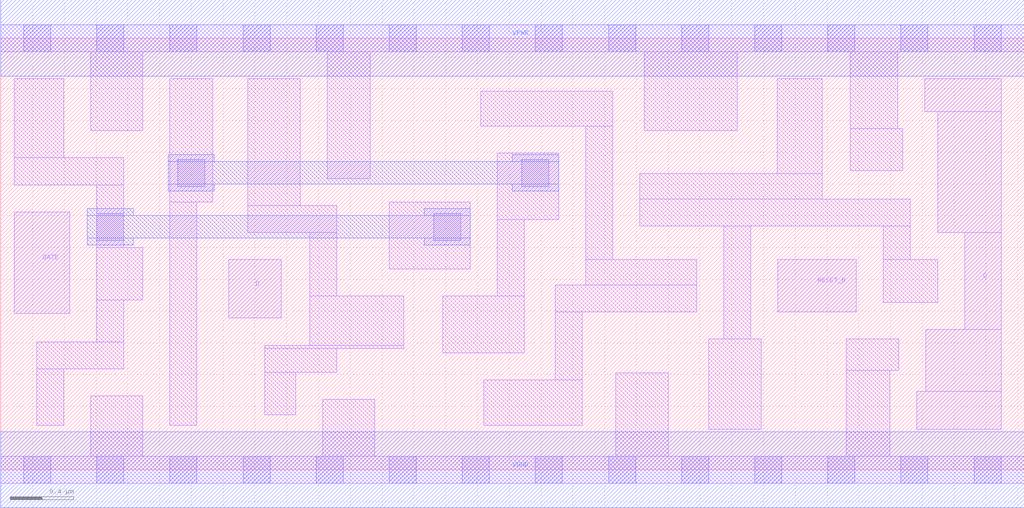
<source format=lef>
# Copyright 2020 The SkyWater PDK Authors
#
# Licensed under the Apache License, Version 2.0 (the "License");
# you may not use this file except in compliance with the License.
# You may obtain a copy of the License at
#
#     https://www.apache.org/licenses/LICENSE-2.0
#
# Unless required by applicable law or agreed to in writing, software
# distributed under the License is distributed on an "AS IS" BASIS,
# WITHOUT WARRANTIES OR CONDITIONS OF ANY KIND, either express or implied.
# See the License for the specific language governing permissions and
# limitations under the License.
#
# SPDX-License-Identifier: Apache-2.0

VERSION 5.7 ;
BUSBITCHARS "[]" ;
DIVIDERCHAR "/" ;
PROPERTYDEFINITIONS
  MACRO maskLayoutSubType STRING ;
  MACRO prCellType STRING ;
  MACRO originalViewName STRING ;
END PROPERTYDEFINITIONS
MACRO sky130_fd_sc_hdll__dlrtp_1
  ORIGIN  0.000000  0.000000 ;
  CLASS CORE ;
  SYMMETRY X Y R90 ;
  SIZE  6.440000 BY  2.720000 ;
  SITE unithd ;
  PIN D
    ANTENNAGATEAREA  0.178200 ;
    DIRECTION INPUT ;
    USE SIGNAL ;
    PORT
      LAYER li1 ;
        RECT 1.435000 0.955000 1.765000 1.325000 ;
    END
  END D
  PIN GATE
    ANTENNAGATEAREA  0.178200 ;
    DIRECTION INPUT ;
    USE SIGNAL ;
    PORT
      LAYER li1 ;
        RECT 0.085000 0.985000 0.435000 1.625000 ;
    END
  END GATE
  PIN Q
    ANTENNADIFFAREA  0.439000 ;
    DIRECTION OUTPUT ;
    USE SIGNAL ;
    PORT
      LAYER li1 ;
        RECT 5.765000 0.255000 6.295000 0.495000 ;
        RECT 5.815000 2.255000 6.295000 2.465000 ;
        RECT 5.820000 0.495000 6.295000 0.885000 ;
        RECT 5.895000 1.495000 6.295000 2.255000 ;
        RECT 6.065000 0.885000 6.295000 1.495000 ;
    END
  END Q
  PIN RESET_B
    ANTENNAGATEAREA  0.277500 ;
    DIRECTION INPUT ;
    USE SIGNAL ;
    PORT
      LAYER li1 ;
        RECT 4.890000 0.995000 5.385000 1.325000 ;
    END
  END RESET_B
  PIN VGND
    DIRECTION INOUT ;
    USE SIGNAL ;
    PORT
      LAYER met1 ;
        RECT 0.000000 -0.240000 6.440000 0.240000 ;
    END
  END VGND
  PIN VPWR
    DIRECTION INOUT ;
    USE SIGNAL ;
    PORT
      LAYER met1 ;
        RECT 0.000000 2.480000 6.440000 2.960000 ;
    END
  END VPWR
  OBS
    LAYER li1 ;
      RECT 0.000000 -0.085000 6.440000 0.085000 ;
      RECT 0.000000  2.635000 6.440000 2.805000 ;
      RECT 0.085000  1.795000 0.775000 1.965000 ;
      RECT 0.085000  1.965000 0.395000 2.465000 ;
      RECT 0.225000  0.280000 0.395000 0.635000 ;
      RECT 0.225000  0.635000 0.775000 0.805000 ;
      RECT 0.565000  0.085000 0.895000 0.465000 ;
      RECT 0.565000  2.135000 0.895000 2.635000 ;
      RECT 0.605000  0.805000 0.775000 1.070000 ;
      RECT 0.605000  1.070000 0.895000 1.400000 ;
      RECT 0.605000  1.400000 0.775000 1.795000 ;
      RECT 1.065000  0.280000 1.235000 1.685000 ;
      RECT 1.065000  1.685000 1.335000 2.465000 ;
      RECT 1.555000  1.495000 2.115000 1.665000 ;
      RECT 1.555000  1.665000 1.885000 2.465000 ;
      RECT 1.660000  0.345000 1.855000 0.615000 ;
      RECT 1.660000  0.615000 2.115000 0.765000 ;
      RECT 1.660000  0.765000 2.535000 0.785000 ;
      RECT 1.945000  0.785000 2.535000 1.095000 ;
      RECT 1.945000  1.095000 2.115000 1.495000 ;
      RECT 2.025000  0.085000 2.355000 0.445000 ;
      RECT 2.055000  1.835000 2.325000 2.635000 ;
      RECT 2.445000  1.265000 2.955000 1.685000 ;
      RECT 2.780000  0.735000 3.295000 1.095000 ;
      RECT 3.020000  2.165000 3.850000 2.385000 ;
      RECT 3.040000  0.280000 3.660000 0.565000 ;
      RECT 3.125000  1.095000 3.295000 1.575000 ;
      RECT 3.125000  1.575000 3.510000 1.995000 ;
      RECT 3.490000  0.565000 3.660000 0.995000 ;
      RECT 3.490000  0.995000 4.380000 1.165000 ;
      RECT 3.680000  1.165000 4.380000 1.325000 ;
      RECT 3.680000  1.325000 3.850000 2.165000 ;
      RECT 3.870000  0.085000 4.200000 0.610000 ;
      RECT 4.020000  1.535000 5.725000 1.705000 ;
      RECT 4.020000  1.705000 5.170000 1.865000 ;
      RECT 4.050000  2.135000 4.635000 2.635000 ;
      RECT 4.455000  0.255000 4.785000 0.825000 ;
      RECT 4.550000  0.825000 4.720000 1.535000 ;
      RECT 4.885000  1.865000 5.170000 2.465000 ;
      RECT 5.320000  0.085000 5.595000 0.625000 ;
      RECT 5.320000  0.625000 5.650000 0.825000 ;
      RECT 5.345000  1.885000 5.675000 2.150000 ;
      RECT 5.345000  2.150000 5.645000 2.635000 ;
      RECT 5.555000  1.055000 5.895000 1.325000 ;
      RECT 5.555000  1.325000 5.725000 1.535000 ;
    LAYER mcon ;
      RECT 0.145000 -0.085000 0.315000 0.085000 ;
      RECT 0.145000  2.635000 0.315000 2.805000 ;
      RECT 0.605000 -0.085000 0.775000 0.085000 ;
      RECT 0.605000  1.445000 0.775000 1.615000 ;
      RECT 0.605000  2.635000 0.775000 2.805000 ;
      RECT 1.065000 -0.085000 1.235000 0.085000 ;
      RECT 1.065000  2.635000 1.235000 2.805000 ;
      RECT 1.115000  1.785000 1.285000 1.955000 ;
      RECT 1.525000 -0.085000 1.695000 0.085000 ;
      RECT 1.525000  2.635000 1.695000 2.805000 ;
      RECT 1.985000 -0.085000 2.155000 0.085000 ;
      RECT 1.985000  2.635000 2.155000 2.805000 ;
      RECT 2.445000 -0.085000 2.615000 0.085000 ;
      RECT 2.445000  2.635000 2.615000 2.805000 ;
      RECT 2.725000  1.445000 2.895000 1.615000 ;
      RECT 2.905000 -0.085000 3.075000 0.085000 ;
      RECT 2.905000  2.635000 3.075000 2.805000 ;
      RECT 3.280000  1.785000 3.450000 1.955000 ;
      RECT 3.365000 -0.085000 3.535000 0.085000 ;
      RECT 3.365000  2.635000 3.535000 2.805000 ;
      RECT 3.825000 -0.085000 3.995000 0.085000 ;
      RECT 3.825000  2.635000 3.995000 2.805000 ;
      RECT 4.285000 -0.085000 4.455000 0.085000 ;
      RECT 4.285000  2.635000 4.455000 2.805000 ;
      RECT 4.745000 -0.085000 4.915000 0.085000 ;
      RECT 4.745000  2.635000 4.915000 2.805000 ;
      RECT 5.205000 -0.085000 5.375000 0.085000 ;
      RECT 5.205000  2.635000 5.375000 2.805000 ;
      RECT 5.665000 -0.085000 5.835000 0.085000 ;
      RECT 5.665000  2.635000 5.835000 2.805000 ;
      RECT 6.125000 -0.085000 6.295000 0.085000 ;
      RECT 6.125000  2.635000 6.295000 2.805000 ;
    LAYER met1 ;
      RECT 0.545000 1.415000 0.835000 1.460000 ;
      RECT 0.545000 1.460000 2.955000 1.600000 ;
      RECT 0.545000 1.600000 0.835000 1.645000 ;
      RECT 1.055000 1.755000 1.345000 1.800000 ;
      RECT 1.055000 1.800000 3.510000 1.940000 ;
      RECT 1.055000 1.940000 1.345000 1.985000 ;
      RECT 2.665000 1.415000 2.955000 1.460000 ;
      RECT 2.665000 1.600000 2.955000 1.645000 ;
      RECT 3.220000 1.755000 3.510000 1.800000 ;
      RECT 3.220000 1.940000 3.510000 1.985000 ;
  END
  PROPERTY maskLayoutSubType "abstract" ;
  PROPERTY prCellType "standard" ;
  PROPERTY originalViewName "layout" ;
END sky130_fd_sc_hdll__dlrtp_1
END LIBRARY

</source>
